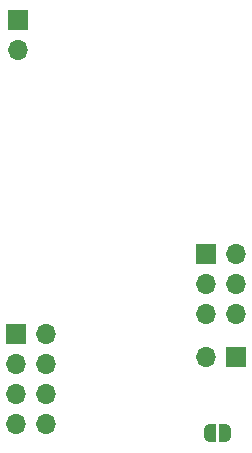
<source format=gbr>
%TF.GenerationSoftware,KiCad,Pcbnew,8.0.9-8.0.9-0~ubuntu24.04.1*%
%TF.CreationDate,2025-04-14T22:12:55+02:00*%
%TF.ProjectId,FastLapLights5V,46617374-4c61-4704-9c69-676874733556,MK6*%
%TF.SameCoordinates,Original*%
%TF.FileFunction,Soldermask,Bot*%
%TF.FilePolarity,Negative*%
%FSLAX46Y46*%
G04 Gerber Fmt 4.6, Leading zero omitted, Abs format (unit mm)*
G04 Created by KiCad (PCBNEW 8.0.9-8.0.9-0~ubuntu24.04.1) date 2025-04-14 22:12:55*
%MOMM*%
%LPD*%
G01*
G04 APERTURE LIST*
G04 Aperture macros list*
%AMFreePoly0*
4,1,19,0.500000,-0.750000,0.000000,-0.750000,0.000000,-0.744911,-0.071157,-0.744911,-0.207708,-0.704816,-0.327430,-0.627875,-0.420627,-0.520320,-0.479746,-0.390866,-0.500000,-0.250000,-0.500000,0.250000,-0.479746,0.390866,-0.420627,0.520320,-0.327430,0.627875,-0.207708,0.704816,-0.071157,0.744911,0.000000,0.744911,0.000000,0.750000,0.500000,0.750000,0.500000,-0.750000,0.500000,-0.750000,
$1*%
%AMFreePoly1*
4,1,19,0.000000,0.744911,0.071157,0.744911,0.207708,0.704816,0.327430,0.627875,0.420627,0.520320,0.479746,0.390866,0.500000,0.250000,0.500000,-0.250000,0.479746,-0.390866,0.420627,-0.520320,0.327430,-0.627875,0.207708,-0.704816,0.071157,-0.744911,0.000000,-0.744911,0.000000,-0.750000,-0.500000,-0.750000,-0.500000,0.750000,0.000000,0.750000,0.000000,0.744911,0.000000,0.744911,
$1*%
G04 Aperture macros list end*
%ADD10R,1.700000X1.700000*%
%ADD11O,1.700000X1.700000*%
%ADD12FreePoly0,180.000000*%
%ADD13FreePoly1,180.000000*%
G04 APERTURE END LIST*
D10*
%TO.C,J4*%
X44860000Y-115700000D03*
D11*
X47400000Y-115700000D03*
X44860000Y-118240000D03*
X47400000Y-118240000D03*
X44860000Y-120780000D03*
X47400000Y-120780000D03*
X44860000Y-123320000D03*
X47400000Y-123320000D03*
%TD*%
D10*
%TO.C,J1*%
X45000000Y-89125000D03*
D11*
X45000000Y-91665000D03*
%TD*%
D10*
%TO.C,J3*%
X63500000Y-117600000D03*
D11*
X60960000Y-117600000D03*
%TD*%
D10*
%TO.C,J2*%
X60910000Y-108910000D03*
D11*
X63450000Y-108910000D03*
X60910000Y-111450000D03*
X63450000Y-111450000D03*
X60910000Y-113990000D03*
X63450000Y-113990000D03*
%TD*%
D12*
%TO.C,JP1*%
X62550000Y-124100000D03*
D13*
X61250000Y-124100000D03*
%TD*%
M02*

</source>
